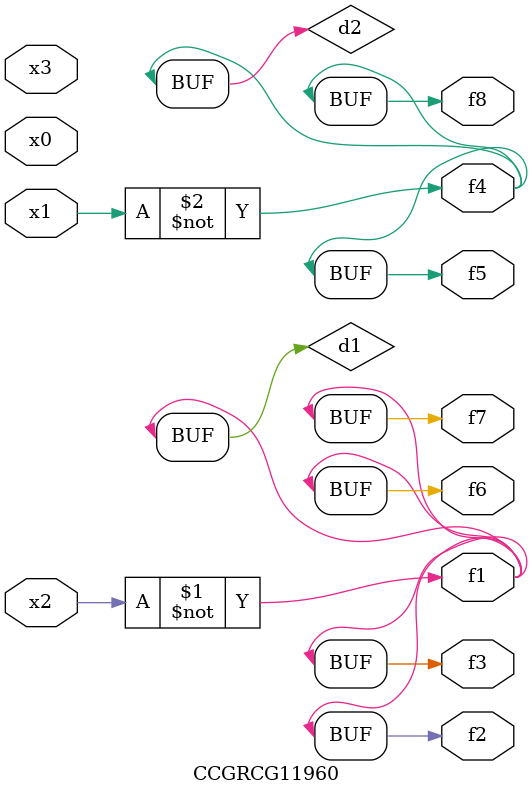
<source format=v>
module CCGRCG11960(
	input x0, x1, x2, x3,
	output f1, f2, f3, f4, f5, f6, f7, f8
);

	wire d1, d2;

	xnor (d1, x2);
	not (d2, x1);
	assign f1 = d1;
	assign f2 = d1;
	assign f3 = d1;
	assign f4 = d2;
	assign f5 = d2;
	assign f6 = d1;
	assign f7 = d1;
	assign f8 = d2;
endmodule

</source>
